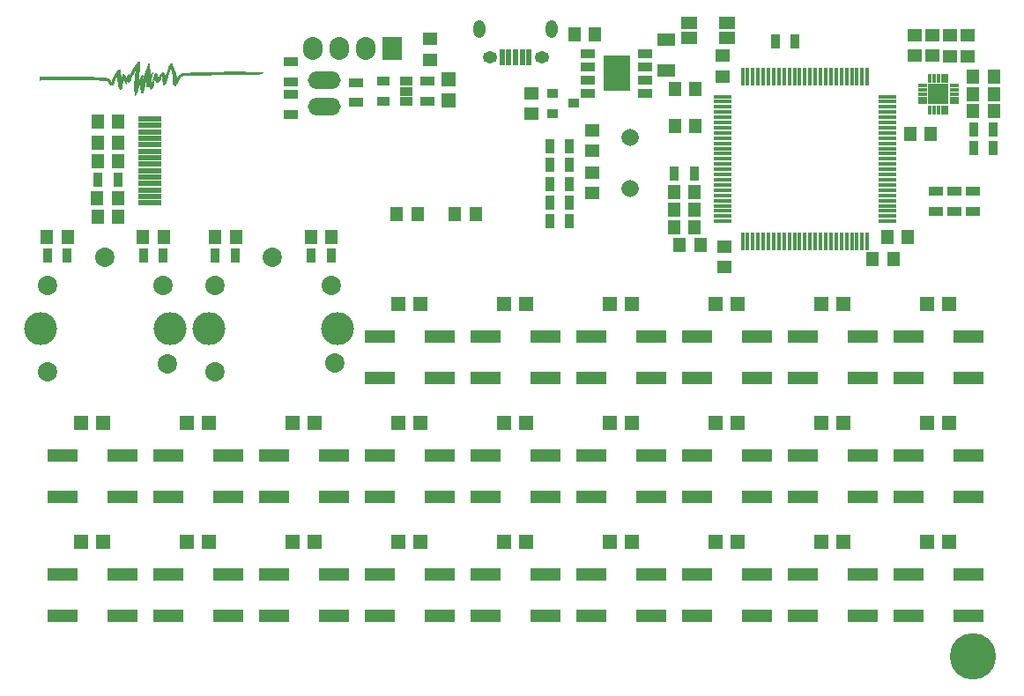
<source format=gts>
G04 #@! TF.FileFunction,Soldermask,Top*
%FSLAX46Y46*%
G04 Gerber Fmt 4.6, Leading zero omitted, Abs format (unit mm)*
G04 Created by KiCad (PCBNEW 4.0.5-e0-6337~52~ubuntu16.10.1) date Sun Mar 12 18:19:32 2017*
%MOMM*%
%LPD*%
G01*
G04 APERTURE LIST*
%ADD10C,0.100000*%
%ADD11C,0.010000*%
%ADD12R,1.160000X1.410000*%
%ADD13R,1.660000X0.440000*%
%ADD14R,0.440000X1.660000*%
%ADD15O,3.174980X1.666220*%
%ADD16R,1.358880X1.358880*%
%ADD17R,2.910000X1.160000*%
%ADD18R,1.460000X0.860000*%
%ADD19R,1.220000X0.810000*%
%ADD20R,0.560000X1.510000*%
%ADD21O,1.410000X1.110000*%
%ADD22O,1.160000X1.710000*%
%ADD23R,1.410000X1.160000*%
%ADD24R,1.760000X1.160000*%
%ADD25R,1.060000X0.960000*%
%ADD26O,0.910000X0.360000*%
%ADD27O,0.360000X0.910000*%
%ADD28R,1.085000X1.085000*%
%ADD29R,0.860000X1.460000*%
%ADD30C,1.661140*%
%ADD31R,2.160000X0.480000*%
%ADD32C,4.460000*%
%ADD33R,1.560000X1.210000*%
%ADD34C,1.860000*%
%ADD35C,3.160000*%
%ADD36R,1.360000X0.860000*%
%ADD37R,2.560000X3.360000*%
%ADD38R,1.887200X2.192000*%
%ADD39O,1.887200X2.192000*%
G04 APERTURE END LIST*
D10*
D11*
G36*
X92082019Y-83341837D02*
X92114393Y-83401541D01*
X92120977Y-83464213D01*
X92122798Y-83571753D01*
X92120421Y-83712837D01*
X92114406Y-83876142D01*
X92105315Y-84050342D01*
X92093711Y-84224113D01*
X92080157Y-84386131D01*
X92065212Y-84525073D01*
X92055028Y-84597594D01*
X92033866Y-84749865D01*
X92015123Y-84920178D01*
X92002798Y-85072124D01*
X92002653Y-85074577D01*
X91988773Y-85311672D01*
X92059748Y-85187466D01*
X92109921Y-85096558D01*
X92171221Y-84981170D01*
X92226002Y-84874860D01*
X92276545Y-84780651D01*
X92321556Y-84706771D01*
X92352166Y-84667637D01*
X92354488Y-84665937D01*
X92396290Y-84664447D01*
X92428691Y-84702158D01*
X92442459Y-84761828D01*
X92433767Y-84814018D01*
X92416591Y-84883809D01*
X92408683Y-84966126D01*
X92410078Y-85042392D01*
X92420809Y-85094027D01*
X92433241Y-85105594D01*
X92445132Y-85100788D01*
X92459190Y-85082482D01*
X92477615Y-85044841D01*
X92502608Y-84982030D01*
X92536369Y-84888213D01*
X92581098Y-84757557D01*
X92630468Y-84609754D01*
X92809286Y-84609754D01*
X92810742Y-84682731D01*
X92815321Y-84703080D01*
X92835779Y-84734042D01*
X92854920Y-84715547D01*
X92873129Y-84645961D01*
X92890792Y-84523650D01*
X92908294Y-84346978D01*
X92913123Y-84288742D01*
X92923571Y-84149239D01*
X92930991Y-84031470D01*
X92934820Y-83946057D01*
X92934493Y-83903622D01*
X92933703Y-83900981D01*
X92922939Y-83919843D01*
X92905645Y-83979058D01*
X92885155Y-84063402D01*
X92864803Y-84157651D01*
X92847924Y-84246582D01*
X92837852Y-84314972D01*
X92836766Y-84343594D01*
X92835559Y-84395531D01*
X92825926Y-84478070D01*
X92819316Y-84519636D01*
X92809286Y-84609754D01*
X92630468Y-84609754D01*
X92638996Y-84584226D01*
X92703584Y-84388736D01*
X92757143Y-84228799D01*
X92807560Y-84083043D01*
X92851121Y-83961844D01*
X92884113Y-83875580D01*
X92900557Y-83838403D01*
X92928766Y-83764727D01*
X92952122Y-83667210D01*
X92957818Y-83630982D01*
X92978508Y-83543137D01*
X93008266Y-83500025D01*
X93041152Y-83505369D01*
X93070441Y-83560427D01*
X93077206Y-83606810D01*
X93084404Y-83700280D01*
X93091547Y-83831487D01*
X93098151Y-83991079D01*
X93103727Y-84169707D01*
X93105181Y-84227899D01*
X93119361Y-84831872D01*
X93201717Y-84679455D01*
X93270216Y-84559846D01*
X93330292Y-84468446D01*
X93376609Y-84412587D01*
X93403827Y-84399602D01*
X93404852Y-84400460D01*
X93401576Y-84431324D01*
X93379774Y-84498704D01*
X93346043Y-84583482D01*
X93299362Y-84728032D01*
X93268386Y-84895767D01*
X93255356Y-85065284D01*
X93262511Y-85215180D01*
X93273799Y-85273976D01*
X93284639Y-85310852D01*
X93295952Y-85327023D01*
X93311529Y-85316590D01*
X93335161Y-85273657D01*
X93370640Y-85192325D01*
X93421757Y-85066699D01*
X93446173Y-85005865D01*
X93499727Y-84868177D01*
X93544509Y-84745190D01*
X93576579Y-84648329D01*
X93591995Y-84589016D01*
X93592792Y-84580801D01*
X93612768Y-84517106D01*
X93647777Y-84471819D01*
X93686256Y-84442235D01*
X93716678Y-84445412D01*
X93758566Y-84486167D01*
X93773059Y-84502723D01*
X93825178Y-84586439D01*
X93859986Y-84684586D01*
X93862258Y-84696371D01*
X93878729Y-84776724D01*
X93895816Y-84834847D01*
X93899476Y-84842932D01*
X93922566Y-84836684D01*
X93970260Y-84788046D01*
X94037495Y-84702647D01*
X94083567Y-84638320D01*
X94169536Y-84520116D01*
X94236494Y-84444694D01*
X94293759Y-84406018D01*
X94350648Y-84398049D01*
X94416479Y-84414750D01*
X94424136Y-84417630D01*
X94468564Y-84456499D01*
X94516653Y-84529632D01*
X94557636Y-84616723D01*
X94580746Y-84697464D01*
X94582555Y-84716414D01*
X94592777Y-84731665D01*
X94620508Y-84694081D01*
X94665421Y-84604377D01*
X94727187Y-84463266D01*
X94805475Y-84271466D01*
X94899956Y-84029690D01*
X94906181Y-84013486D01*
X94962836Y-83868234D01*
X95014441Y-83740326D01*
X95056858Y-83639685D01*
X95085951Y-83576236D01*
X95095056Y-83560427D01*
X95136613Y-83536119D01*
X95195059Y-83525526D01*
X95244955Y-83530806D01*
X95261437Y-83546316D01*
X95266900Y-83588332D01*
X95272375Y-83638038D01*
X95286107Y-83690156D01*
X95318306Y-83781332D01*
X95364299Y-83899139D01*
X95419417Y-84031151D01*
X95424810Y-84043636D01*
X95512375Y-84256878D01*
X95584621Y-84455286D01*
X95638689Y-84629767D01*
X95671723Y-84771229D01*
X95681131Y-84859424D01*
X95683269Y-84893254D01*
X95694487Y-84905292D01*
X95721990Y-84891282D01*
X95772983Y-84846969D01*
X95854670Y-84768099D01*
X95883099Y-84740155D01*
X95984268Y-84643860D01*
X96066832Y-84577557D01*
X96149260Y-84530748D01*
X96250020Y-84492932D01*
X96386687Y-84453850D01*
X96439525Y-84446644D01*
X96543969Y-84438786D01*
X96695186Y-84430408D01*
X96888341Y-84421639D01*
X97118602Y-84412611D01*
X97381136Y-84403454D01*
X97671108Y-84394298D01*
X97983686Y-84385275D01*
X98314037Y-84376515D01*
X98657326Y-84368149D01*
X99008721Y-84360308D01*
X99363388Y-84353122D01*
X99716494Y-84346721D01*
X100063206Y-84341237D01*
X100398689Y-84336801D01*
X100718112Y-84333542D01*
X100881068Y-84332326D01*
X101032265Y-84330295D01*
X101161397Y-84326533D01*
X101258946Y-84321479D01*
X101315390Y-84315575D01*
X101325568Y-84311737D01*
X101350217Y-84306730D01*
X101413033Y-84313719D01*
X101458451Y-84322331D01*
X101547318Y-84336534D01*
X101592523Y-84330477D01*
X101601973Y-84318734D01*
X101629918Y-84301530D01*
X101645486Y-84307254D01*
X101683306Y-84314378D01*
X101767719Y-84321397D01*
X101888873Y-84327774D01*
X102036919Y-84332973D01*
X102172242Y-84335992D01*
X102334624Y-84338728D01*
X102477839Y-84341165D01*
X102592156Y-84343137D01*
X102667842Y-84344475D01*
X102694353Y-84344984D01*
X102730709Y-84344950D01*
X102813610Y-84344407D01*
X102933162Y-84343435D01*
X103079468Y-84342112D01*
X103202353Y-84340923D01*
X103464050Y-84339617D01*
X103676166Y-84341353D01*
X103837185Y-84346076D01*
X103945592Y-84353729D01*
X103999872Y-84364257D01*
X104006254Y-84370362D01*
X103979133Y-84413790D01*
X103909375Y-84454015D01*
X103810768Y-84486347D01*
X103697101Y-84506095D01*
X103597464Y-84509423D01*
X103540023Y-84513593D01*
X103449744Y-84526849D01*
X103371687Y-84541306D01*
X103332079Y-84548946D01*
X103291329Y-84555546D01*
X103245312Y-84561164D01*
X103189903Y-84565860D01*
X103120977Y-84569692D01*
X103034408Y-84572718D01*
X102926073Y-84574997D01*
X102791845Y-84576588D01*
X102627601Y-84577548D01*
X102429215Y-84577936D01*
X102192562Y-84577811D01*
X101913517Y-84577232D01*
X101587955Y-84576256D01*
X101211752Y-84574943D01*
X101043353Y-84574326D01*
X100728773Y-84573774D01*
X100408759Y-84574341D01*
X100092072Y-84575937D01*
X99787471Y-84578473D01*
X99503715Y-84581861D01*
X99249564Y-84586010D01*
X99033776Y-84590832D01*
X98865110Y-84596237D01*
X98856131Y-84596601D01*
X98609204Y-84605492D01*
X98328350Y-84613529D01*
X98036013Y-84620202D01*
X97754637Y-84624999D01*
X97506663Y-84627410D01*
X97501464Y-84627433D01*
X97286573Y-84629186D01*
X97067734Y-84632406D01*
X96858784Y-84636787D01*
X96673556Y-84642021D01*
X96525886Y-84647802D01*
X96484043Y-84649989D01*
X96323051Y-84660934D01*
X96207532Y-84676425D01*
X96126543Y-84702804D01*
X96069140Y-84746411D01*
X96024380Y-84813586D01*
X95981321Y-84910670D01*
X95965611Y-84950371D01*
X95915247Y-85066378D01*
X95856641Y-85183567D01*
X95820590Y-85246705D01*
X95763072Y-85348309D01*
X95710715Y-85454995D01*
X95695006Y-85491928D01*
X95638124Y-85585209D01*
X95567568Y-85631927D01*
X95494819Y-85632280D01*
X95431359Y-85586467D01*
X95388671Y-85494688D01*
X95386768Y-85486594D01*
X95380680Y-85440091D01*
X95371991Y-85348208D01*
X95361620Y-85221901D01*
X95350488Y-85072124D01*
X95343613Y-84972382D01*
X95327578Y-84781357D01*
X95304914Y-84576161D01*
X95278327Y-84378353D01*
X95250522Y-84209493D01*
X95243068Y-84171223D01*
X95216337Y-84038759D01*
X95194275Y-83927122D01*
X95179066Y-83847528D01*
X95172893Y-83811195D01*
X95172855Y-83810546D01*
X95163804Y-83812387D01*
X95140607Y-83855567D01*
X95108108Y-83928270D01*
X95071152Y-84018680D01*
X95034584Y-84114984D01*
X95003247Y-84205365D01*
X94983225Y-84273038D01*
X94957269Y-84367102D01*
X94933488Y-84439710D01*
X94919609Y-84470594D01*
X94903938Y-84508345D01*
X94878021Y-84587764D01*
X94845918Y-84695917D01*
X94822147Y-84781038D01*
X94768386Y-84975222D01*
X94725328Y-85122202D01*
X94690266Y-85229601D01*
X94660488Y-85305043D01*
X94633287Y-85356150D01*
X94605953Y-85390546D01*
X94605290Y-85391212D01*
X94565496Y-85439441D01*
X94552242Y-85469027D01*
X94532916Y-85505676D01*
X94509027Y-85529659D01*
X94469604Y-85546584D01*
X94436683Y-85523140D01*
X94408782Y-85455474D01*
X94384420Y-85339733D01*
X94362117Y-85172063D01*
X94358385Y-85137753D01*
X94334420Y-84940969D01*
X94309635Y-84791787D01*
X94284692Y-84691746D01*
X94260252Y-84642386D01*
X94236976Y-84645244D01*
X94215525Y-84701860D01*
X94202021Y-84773829D01*
X94151847Y-84962551D01*
X94065105Y-85124940D01*
X93948376Y-85249419D01*
X93919909Y-85270173D01*
X93844587Y-85319423D01*
X93799646Y-85339741D01*
X93768931Y-85334142D01*
X93736287Y-85305638D01*
X93735262Y-85304613D01*
X93698321Y-85243062D01*
X93669974Y-85152072D01*
X93663483Y-85114683D01*
X93651531Y-85025311D01*
X93641881Y-84955400D01*
X93639097Y-84936260D01*
X93629915Y-84940155D01*
X93611480Y-84988947D01*
X93587451Y-85072584D01*
X93582581Y-85091482D01*
X93524804Y-85319208D01*
X93478850Y-85498447D01*
X93442631Y-85635417D01*
X93414062Y-85736335D01*
X93391055Y-85807417D01*
X93371525Y-85854882D01*
X93353383Y-85884946D01*
X93334544Y-85903826D01*
X93312921Y-85917740D01*
X93303478Y-85923053D01*
X93221212Y-85946475D01*
X93155805Y-85922869D01*
X93119718Y-85857127D01*
X93118513Y-85850457D01*
X93108434Y-85793393D01*
X93091764Y-85704669D01*
X93079598Y-85641816D01*
X93061546Y-85557297D01*
X93048124Y-85521766D01*
X93035051Y-85528473D01*
X93024002Y-85554184D01*
X93010584Y-85627144D01*
X93015429Y-85674128D01*
X93017985Y-85709333D01*
X92986684Y-85724062D01*
X92932693Y-85726482D01*
X92866125Y-85720884D01*
X92830416Y-85693302D01*
X92805883Y-85627556D01*
X92803948Y-85620649D01*
X92778915Y-85473124D01*
X92779829Y-85297336D01*
X92806917Y-85083729D01*
X92818240Y-85021005D01*
X92836653Y-84913158D01*
X92847367Y-84827977D01*
X92848771Y-84779386D01*
X92846832Y-84773665D01*
X92826889Y-84784167D01*
X92799891Y-84835088D01*
X92771350Y-84911823D01*
X92746780Y-84999763D01*
X92732649Y-85076182D01*
X92719836Y-85150364D01*
X92696198Y-85263076D01*
X92665253Y-85398256D01*
X92634753Y-85523114D01*
X92597829Y-85676067D01*
X92562978Y-85831737D01*
X92534698Y-85969430D01*
X92520267Y-86049947D01*
X92495161Y-86180211D01*
X92466770Y-86262716D01*
X92430585Y-86306134D01*
X92382098Y-86319138D01*
X92380302Y-86319149D01*
X92335254Y-86292149D01*
X92296699Y-86215574D01*
X92266020Y-86096061D01*
X92244599Y-85940249D01*
X92233820Y-85754774D01*
X92233300Y-85613594D01*
X92239266Y-85260816D01*
X92171927Y-85387816D01*
X92125042Y-85493700D01*
X92083391Y-85616482D01*
X92069396Y-85670038D01*
X92039121Y-85777223D01*
X92001173Y-85877454D01*
X91980889Y-85918596D01*
X91945225Y-85997117D01*
X91928003Y-86066654D01*
X91927711Y-86073818D01*
X91918369Y-86129686D01*
X91893589Y-86219894D01*
X91858460Y-86326201D01*
X91853376Y-86340316D01*
X91809102Y-86451574D01*
X91772749Y-86516343D01*
X91739096Y-86543025D01*
X91726240Y-86544927D01*
X91697503Y-86538055D01*
X91681532Y-86509233D01*
X91674763Y-86446153D01*
X91673576Y-86363148D01*
X91668704Y-86259274D01*
X91655583Y-86186887D01*
X91641209Y-86161365D01*
X91627873Y-86133235D01*
X91620940Y-86065851D01*
X91620234Y-85953955D01*
X91625577Y-85792291D01*
X91627471Y-85751110D01*
X91634640Y-85633615D01*
X91646119Y-85484435D01*
X91661028Y-85311972D01*
X91678486Y-85124628D01*
X91697609Y-84930805D01*
X91717518Y-84738904D01*
X91737329Y-84557327D01*
X91756162Y-84394476D01*
X91773134Y-84258753D01*
X91787365Y-84158559D01*
X91797972Y-84102296D01*
X91801417Y-84093456D01*
X91829591Y-84098638D01*
X91853650Y-84115019D01*
X91880716Y-84127339D01*
X91898623Y-84101768D01*
X91913579Y-84032472D01*
X91923176Y-83957904D01*
X91923617Y-83910817D01*
X91921367Y-83904644D01*
X91901865Y-83920952D01*
X91860445Y-83974728D01*
X91804991Y-84055504D01*
X91787119Y-84082935D01*
X91710522Y-84201130D01*
X91628709Y-84326235D01*
X91561318Y-84428260D01*
X91453250Y-84596591D01*
X91375640Y-84733197D01*
X91322716Y-84849634D01*
X91288702Y-84957459D01*
X91281752Y-84987816D01*
X91240854Y-85140076D01*
X91192579Y-85240246D01*
X91134375Y-85292473D01*
X91087964Y-85302717D01*
X91062380Y-85277823D01*
X91052687Y-85213161D01*
X91052687Y-85123172D01*
X90995143Y-85184939D01*
X90941617Y-85229555D01*
X90899051Y-85246705D01*
X90875398Y-85261976D01*
X90871089Y-85314869D01*
X90876223Y-85363914D01*
X90882168Y-85437785D01*
X90872304Y-85464229D01*
X90858283Y-85460319D01*
X90804775Y-85405882D01*
X90744297Y-85310591D01*
X90684104Y-85188215D01*
X90631454Y-85052524D01*
X90613745Y-84996283D01*
X90553051Y-84788195D01*
X90534170Y-84911617D01*
X90524759Y-84984121D01*
X90511803Y-85098997D01*
X90496784Y-85242396D01*
X90481182Y-85400468D01*
X90475701Y-85458371D01*
X90460539Y-85610433D01*
X90445350Y-85745131D01*
X90431537Y-85851195D01*
X90420505Y-85917354D01*
X90416825Y-85931094D01*
X90376797Y-85966173D01*
X90308060Y-85980544D01*
X90234856Y-85973047D01*
X90181428Y-85942523D01*
X90181290Y-85942357D01*
X90159418Y-85892970D01*
X90139981Y-85811135D01*
X90133260Y-85765968D01*
X90118241Y-85671947D01*
X90099207Y-85593999D01*
X90090818Y-85571260D01*
X90080420Y-85524291D01*
X90069016Y-85432223D01*
X90057697Y-85306365D01*
X90047554Y-85158022D01*
X90043186Y-85077371D01*
X90021606Y-84639927D01*
X89969403Y-84738705D01*
X89911610Y-84827136D01*
X89842381Y-84907358D01*
X89838096Y-84911435D01*
X89790085Y-84976993D01*
X89738920Y-85078656D01*
X89692129Y-85197107D01*
X89657236Y-85313025D01*
X89641769Y-85407091D01*
X89641576Y-85415884D01*
X89624534Y-85474105D01*
X89589529Y-85530504D01*
X89515062Y-85585366D01*
X89427605Y-85593724D01*
X89337268Y-85560576D01*
X89254160Y-85490920D01*
X89188392Y-85389752D01*
X89162386Y-85319362D01*
X89128768Y-85199290D01*
X88912450Y-85166366D01*
X88789945Y-85150027D01*
X88673033Y-85138293D01*
X88586157Y-85133597D01*
X88583242Y-85133591D01*
X88499775Y-85128926D01*
X88384125Y-85116483D01*
X88259597Y-85098823D01*
X88244576Y-85096378D01*
X88192804Y-85089718D01*
X88121040Y-85083889D01*
X88026093Y-85078857D01*
X87904773Y-85074583D01*
X87753891Y-85071032D01*
X87570258Y-85068166D01*
X87350684Y-85065950D01*
X87091979Y-85064346D01*
X86790954Y-85063318D01*
X86444419Y-85062830D01*
X86049185Y-85062844D01*
X85602062Y-85063324D01*
X85394131Y-85063662D01*
X85011380Y-85064574D01*
X84642854Y-85065905D01*
X84292716Y-85067616D01*
X83965124Y-85069666D01*
X83664240Y-85072013D01*
X83394223Y-85074618D01*
X83159233Y-85077439D01*
X82963432Y-85080435D01*
X82810979Y-85083567D01*
X82706035Y-85086792D01*
X82652760Y-85090071D01*
X82649520Y-85090558D01*
X82529576Y-85112808D01*
X82529576Y-84831857D01*
X82832964Y-84815520D01*
X82940003Y-84811746D01*
X83093170Y-84809120D01*
X83282161Y-84807678D01*
X83496671Y-84807455D01*
X83726396Y-84808487D01*
X83961031Y-84810808D01*
X84011242Y-84811481D01*
X84280662Y-84814774D01*
X84579020Y-84817581D01*
X84888520Y-84819788D01*
X85191363Y-84821285D01*
X85469753Y-84821960D01*
X85662242Y-84821835D01*
X85876005Y-84821541D01*
X86080072Y-84821711D01*
X86264987Y-84822301D01*
X86421292Y-84823270D01*
X86539533Y-84824575D01*
X86607687Y-84826076D01*
X86709686Y-84828547D01*
X86846756Y-84830177D01*
X86997527Y-84830768D01*
X87087464Y-84830531D01*
X87251730Y-84831639D01*
X87444898Y-84836252D01*
X87658284Y-84843852D01*
X87883207Y-84853919D01*
X88110984Y-84865932D01*
X88332932Y-84879373D01*
X88540369Y-84893721D01*
X88724612Y-84908456D01*
X88876978Y-84923059D01*
X88988785Y-84937010D01*
X89044426Y-84947684D01*
X89142567Y-84980281D01*
X89212224Y-85022957D01*
X89269632Y-85089790D01*
X89331028Y-85194855D01*
X89332340Y-85197316D01*
X89371870Y-85262510D01*
X89403761Y-85299773D01*
X89411178Y-85303149D01*
X89432695Y-85279116D01*
X89466326Y-85216528D01*
X89499763Y-85140871D01*
X89571001Y-84977708D01*
X89653407Y-84807960D01*
X89742201Y-84639633D01*
X89832602Y-84480732D01*
X89919831Y-84339264D01*
X89999107Y-84223234D01*
X90065651Y-84140648D01*
X90114681Y-84099511D01*
X90123215Y-84096712D01*
X90191972Y-84108892D01*
X90237467Y-84167172D01*
X90251820Y-84236067D01*
X90259653Y-84307557D01*
X90275459Y-84414375D01*
X90296209Y-84536486D01*
X90302245Y-84569371D01*
X90323228Y-84690605D01*
X90339330Y-84800449D01*
X90347811Y-84879668D01*
X90348450Y-84893927D01*
X90351469Y-84933873D01*
X90362329Y-84939446D01*
X90386482Y-84905534D01*
X90429375Y-84827028D01*
X90438722Y-84809260D01*
X90482839Y-84718069D01*
X90512175Y-84643495D01*
X90520326Y-84602610D01*
X90535872Y-84576008D01*
X90591662Y-84574388D01*
X90657234Y-84599162D01*
X90714541Y-84664056D01*
X90734014Y-84696371D01*
X90773357Y-84779066D01*
X90796058Y-84851941D01*
X90798222Y-84871095D01*
X90807505Y-84931630D01*
X90834419Y-84940194D01*
X90879511Y-84896459D01*
X90943327Y-84800098D01*
X90957716Y-84775638D01*
X91027049Y-84662793D01*
X91077557Y-84598525D01*
X91113259Y-84579795D01*
X91138176Y-84603565D01*
X91148207Y-84631717D01*
X91160196Y-84657436D01*
X91178288Y-84653045D01*
X91208080Y-84612366D01*
X91255167Y-84529215D01*
X91275771Y-84490808D01*
X91332218Y-84382594D01*
X91382087Y-84282989D01*
X91416061Y-84210688D01*
X91419970Y-84201531D01*
X91454955Y-84143479D01*
X91492037Y-84117877D01*
X91493555Y-84117816D01*
X91524643Y-84094177D01*
X91532464Y-84058779D01*
X91549434Y-83995847D01*
X91590360Y-83926088D01*
X91591425Y-83924724D01*
X91714878Y-83762827D01*
X91816201Y-83620147D01*
X91890323Y-83504182D01*
X91932170Y-83422430D01*
X91933346Y-83419316D01*
X91976774Y-83350079D01*
X92031076Y-83323787D01*
X92082019Y-83341837D01*
X92082019Y-83341837D01*
G37*
X92082019Y-83341837D02*
X92114393Y-83401541D01*
X92120977Y-83464213D01*
X92122798Y-83571753D01*
X92120421Y-83712837D01*
X92114406Y-83876142D01*
X92105315Y-84050342D01*
X92093711Y-84224113D01*
X92080157Y-84386131D01*
X92065212Y-84525073D01*
X92055028Y-84597594D01*
X92033866Y-84749865D01*
X92015123Y-84920178D01*
X92002798Y-85072124D01*
X92002653Y-85074577D01*
X91988773Y-85311672D01*
X92059748Y-85187466D01*
X92109921Y-85096558D01*
X92171221Y-84981170D01*
X92226002Y-84874860D01*
X92276545Y-84780651D01*
X92321556Y-84706771D01*
X92352166Y-84667637D01*
X92354488Y-84665937D01*
X92396290Y-84664447D01*
X92428691Y-84702158D01*
X92442459Y-84761828D01*
X92433767Y-84814018D01*
X92416591Y-84883809D01*
X92408683Y-84966126D01*
X92410078Y-85042392D01*
X92420809Y-85094027D01*
X92433241Y-85105594D01*
X92445132Y-85100788D01*
X92459190Y-85082482D01*
X92477615Y-85044841D01*
X92502608Y-84982030D01*
X92536369Y-84888213D01*
X92581098Y-84757557D01*
X92630468Y-84609754D01*
X92809286Y-84609754D01*
X92810742Y-84682731D01*
X92815321Y-84703080D01*
X92835779Y-84734042D01*
X92854920Y-84715547D01*
X92873129Y-84645961D01*
X92890792Y-84523650D01*
X92908294Y-84346978D01*
X92913123Y-84288742D01*
X92923571Y-84149239D01*
X92930991Y-84031470D01*
X92934820Y-83946057D01*
X92934493Y-83903622D01*
X92933703Y-83900981D01*
X92922939Y-83919843D01*
X92905645Y-83979058D01*
X92885155Y-84063402D01*
X92864803Y-84157651D01*
X92847924Y-84246582D01*
X92837852Y-84314972D01*
X92836766Y-84343594D01*
X92835559Y-84395531D01*
X92825926Y-84478070D01*
X92819316Y-84519636D01*
X92809286Y-84609754D01*
X92630468Y-84609754D01*
X92638996Y-84584226D01*
X92703584Y-84388736D01*
X92757143Y-84228799D01*
X92807560Y-84083043D01*
X92851121Y-83961844D01*
X92884113Y-83875580D01*
X92900557Y-83838403D01*
X92928766Y-83764727D01*
X92952122Y-83667210D01*
X92957818Y-83630982D01*
X92978508Y-83543137D01*
X93008266Y-83500025D01*
X93041152Y-83505369D01*
X93070441Y-83560427D01*
X93077206Y-83606810D01*
X93084404Y-83700280D01*
X93091547Y-83831487D01*
X93098151Y-83991079D01*
X93103727Y-84169707D01*
X93105181Y-84227899D01*
X93119361Y-84831872D01*
X93201717Y-84679455D01*
X93270216Y-84559846D01*
X93330292Y-84468446D01*
X93376609Y-84412587D01*
X93403827Y-84399602D01*
X93404852Y-84400460D01*
X93401576Y-84431324D01*
X93379774Y-84498704D01*
X93346043Y-84583482D01*
X93299362Y-84728032D01*
X93268386Y-84895767D01*
X93255356Y-85065284D01*
X93262511Y-85215180D01*
X93273799Y-85273976D01*
X93284639Y-85310852D01*
X93295952Y-85327023D01*
X93311529Y-85316590D01*
X93335161Y-85273657D01*
X93370640Y-85192325D01*
X93421757Y-85066699D01*
X93446173Y-85005865D01*
X93499727Y-84868177D01*
X93544509Y-84745190D01*
X93576579Y-84648329D01*
X93591995Y-84589016D01*
X93592792Y-84580801D01*
X93612768Y-84517106D01*
X93647777Y-84471819D01*
X93686256Y-84442235D01*
X93716678Y-84445412D01*
X93758566Y-84486167D01*
X93773059Y-84502723D01*
X93825178Y-84586439D01*
X93859986Y-84684586D01*
X93862258Y-84696371D01*
X93878729Y-84776724D01*
X93895816Y-84834847D01*
X93899476Y-84842932D01*
X93922566Y-84836684D01*
X93970260Y-84788046D01*
X94037495Y-84702647D01*
X94083567Y-84638320D01*
X94169536Y-84520116D01*
X94236494Y-84444694D01*
X94293759Y-84406018D01*
X94350648Y-84398049D01*
X94416479Y-84414750D01*
X94424136Y-84417630D01*
X94468564Y-84456499D01*
X94516653Y-84529632D01*
X94557636Y-84616723D01*
X94580746Y-84697464D01*
X94582555Y-84716414D01*
X94592777Y-84731665D01*
X94620508Y-84694081D01*
X94665421Y-84604377D01*
X94727187Y-84463266D01*
X94805475Y-84271466D01*
X94899956Y-84029690D01*
X94906181Y-84013486D01*
X94962836Y-83868234D01*
X95014441Y-83740326D01*
X95056858Y-83639685D01*
X95085951Y-83576236D01*
X95095056Y-83560427D01*
X95136613Y-83536119D01*
X95195059Y-83525526D01*
X95244955Y-83530806D01*
X95261437Y-83546316D01*
X95266900Y-83588332D01*
X95272375Y-83638038D01*
X95286107Y-83690156D01*
X95318306Y-83781332D01*
X95364299Y-83899139D01*
X95419417Y-84031151D01*
X95424810Y-84043636D01*
X95512375Y-84256878D01*
X95584621Y-84455286D01*
X95638689Y-84629767D01*
X95671723Y-84771229D01*
X95681131Y-84859424D01*
X95683269Y-84893254D01*
X95694487Y-84905292D01*
X95721990Y-84891282D01*
X95772983Y-84846969D01*
X95854670Y-84768099D01*
X95883099Y-84740155D01*
X95984268Y-84643860D01*
X96066832Y-84577557D01*
X96149260Y-84530748D01*
X96250020Y-84492932D01*
X96386687Y-84453850D01*
X96439525Y-84446644D01*
X96543969Y-84438786D01*
X96695186Y-84430408D01*
X96888341Y-84421639D01*
X97118602Y-84412611D01*
X97381136Y-84403454D01*
X97671108Y-84394298D01*
X97983686Y-84385275D01*
X98314037Y-84376515D01*
X98657326Y-84368149D01*
X99008721Y-84360308D01*
X99363388Y-84353122D01*
X99716494Y-84346721D01*
X100063206Y-84341237D01*
X100398689Y-84336801D01*
X100718112Y-84333542D01*
X100881068Y-84332326D01*
X101032265Y-84330295D01*
X101161397Y-84326533D01*
X101258946Y-84321479D01*
X101315390Y-84315575D01*
X101325568Y-84311737D01*
X101350217Y-84306730D01*
X101413033Y-84313719D01*
X101458451Y-84322331D01*
X101547318Y-84336534D01*
X101592523Y-84330477D01*
X101601973Y-84318734D01*
X101629918Y-84301530D01*
X101645486Y-84307254D01*
X101683306Y-84314378D01*
X101767719Y-84321397D01*
X101888873Y-84327774D01*
X102036919Y-84332973D01*
X102172242Y-84335992D01*
X102334624Y-84338728D01*
X102477839Y-84341165D01*
X102592156Y-84343137D01*
X102667842Y-84344475D01*
X102694353Y-84344984D01*
X102730709Y-84344950D01*
X102813610Y-84344407D01*
X102933162Y-84343435D01*
X103079468Y-84342112D01*
X103202353Y-84340923D01*
X103464050Y-84339617D01*
X103676166Y-84341353D01*
X103837185Y-84346076D01*
X103945592Y-84353729D01*
X103999872Y-84364257D01*
X104006254Y-84370362D01*
X103979133Y-84413790D01*
X103909375Y-84454015D01*
X103810768Y-84486347D01*
X103697101Y-84506095D01*
X103597464Y-84509423D01*
X103540023Y-84513593D01*
X103449744Y-84526849D01*
X103371687Y-84541306D01*
X103332079Y-84548946D01*
X103291329Y-84555546D01*
X103245312Y-84561164D01*
X103189903Y-84565860D01*
X103120977Y-84569692D01*
X103034408Y-84572718D01*
X102926073Y-84574997D01*
X102791845Y-84576588D01*
X102627601Y-84577548D01*
X102429215Y-84577936D01*
X102192562Y-84577811D01*
X101913517Y-84577232D01*
X101587955Y-84576256D01*
X101211752Y-84574943D01*
X101043353Y-84574326D01*
X100728773Y-84573774D01*
X100408759Y-84574341D01*
X100092072Y-84575937D01*
X99787471Y-84578473D01*
X99503715Y-84581861D01*
X99249564Y-84586010D01*
X99033776Y-84590832D01*
X98865110Y-84596237D01*
X98856131Y-84596601D01*
X98609204Y-84605492D01*
X98328350Y-84613529D01*
X98036013Y-84620202D01*
X97754637Y-84624999D01*
X97506663Y-84627410D01*
X97501464Y-84627433D01*
X97286573Y-84629186D01*
X97067734Y-84632406D01*
X96858784Y-84636787D01*
X96673556Y-84642021D01*
X96525886Y-84647802D01*
X96484043Y-84649989D01*
X96323051Y-84660934D01*
X96207532Y-84676425D01*
X96126543Y-84702804D01*
X96069140Y-84746411D01*
X96024380Y-84813586D01*
X95981321Y-84910670D01*
X95965611Y-84950371D01*
X95915247Y-85066378D01*
X95856641Y-85183567D01*
X95820590Y-85246705D01*
X95763072Y-85348309D01*
X95710715Y-85454995D01*
X95695006Y-85491928D01*
X95638124Y-85585209D01*
X95567568Y-85631927D01*
X95494819Y-85632280D01*
X95431359Y-85586467D01*
X95388671Y-85494688D01*
X95386768Y-85486594D01*
X95380680Y-85440091D01*
X95371991Y-85348208D01*
X95361620Y-85221901D01*
X95350488Y-85072124D01*
X95343613Y-84972382D01*
X95327578Y-84781357D01*
X95304914Y-84576161D01*
X95278327Y-84378353D01*
X95250522Y-84209493D01*
X95243068Y-84171223D01*
X95216337Y-84038759D01*
X95194275Y-83927122D01*
X95179066Y-83847528D01*
X95172893Y-83811195D01*
X95172855Y-83810546D01*
X95163804Y-83812387D01*
X95140607Y-83855567D01*
X95108108Y-83928270D01*
X95071152Y-84018680D01*
X95034584Y-84114984D01*
X95003247Y-84205365D01*
X94983225Y-84273038D01*
X94957269Y-84367102D01*
X94933488Y-84439710D01*
X94919609Y-84470594D01*
X94903938Y-84508345D01*
X94878021Y-84587764D01*
X94845918Y-84695917D01*
X94822147Y-84781038D01*
X94768386Y-84975222D01*
X94725328Y-85122202D01*
X94690266Y-85229601D01*
X94660488Y-85305043D01*
X94633287Y-85356150D01*
X94605953Y-85390546D01*
X94605290Y-85391212D01*
X94565496Y-85439441D01*
X94552242Y-85469027D01*
X94532916Y-85505676D01*
X94509027Y-85529659D01*
X94469604Y-85546584D01*
X94436683Y-85523140D01*
X94408782Y-85455474D01*
X94384420Y-85339733D01*
X94362117Y-85172063D01*
X94358385Y-85137753D01*
X94334420Y-84940969D01*
X94309635Y-84791787D01*
X94284692Y-84691746D01*
X94260252Y-84642386D01*
X94236976Y-84645244D01*
X94215525Y-84701860D01*
X94202021Y-84773829D01*
X94151847Y-84962551D01*
X94065105Y-85124940D01*
X93948376Y-85249419D01*
X93919909Y-85270173D01*
X93844587Y-85319423D01*
X93799646Y-85339741D01*
X93768931Y-85334142D01*
X93736287Y-85305638D01*
X93735262Y-85304613D01*
X93698321Y-85243062D01*
X93669974Y-85152072D01*
X93663483Y-85114683D01*
X93651531Y-85025311D01*
X93641881Y-84955400D01*
X93639097Y-84936260D01*
X93629915Y-84940155D01*
X93611480Y-84988947D01*
X93587451Y-85072584D01*
X93582581Y-85091482D01*
X93524804Y-85319208D01*
X93478850Y-85498447D01*
X93442631Y-85635417D01*
X93414062Y-85736335D01*
X93391055Y-85807417D01*
X93371525Y-85854882D01*
X93353383Y-85884946D01*
X93334544Y-85903826D01*
X93312921Y-85917740D01*
X93303478Y-85923053D01*
X93221212Y-85946475D01*
X93155805Y-85922869D01*
X93119718Y-85857127D01*
X93118513Y-85850457D01*
X93108434Y-85793393D01*
X93091764Y-85704669D01*
X93079598Y-85641816D01*
X93061546Y-85557297D01*
X93048124Y-85521766D01*
X93035051Y-85528473D01*
X93024002Y-85554184D01*
X93010584Y-85627144D01*
X93015429Y-85674128D01*
X93017985Y-85709333D01*
X92986684Y-85724062D01*
X92932693Y-85726482D01*
X92866125Y-85720884D01*
X92830416Y-85693302D01*
X92805883Y-85627556D01*
X92803948Y-85620649D01*
X92778915Y-85473124D01*
X92779829Y-85297336D01*
X92806917Y-85083729D01*
X92818240Y-85021005D01*
X92836653Y-84913158D01*
X92847367Y-84827977D01*
X92848771Y-84779386D01*
X92846832Y-84773665D01*
X92826889Y-84784167D01*
X92799891Y-84835088D01*
X92771350Y-84911823D01*
X92746780Y-84999763D01*
X92732649Y-85076182D01*
X92719836Y-85150364D01*
X92696198Y-85263076D01*
X92665253Y-85398256D01*
X92634753Y-85523114D01*
X92597829Y-85676067D01*
X92562978Y-85831737D01*
X92534698Y-85969430D01*
X92520267Y-86049947D01*
X92495161Y-86180211D01*
X92466770Y-86262716D01*
X92430585Y-86306134D01*
X92382098Y-86319138D01*
X92380302Y-86319149D01*
X92335254Y-86292149D01*
X92296699Y-86215574D01*
X92266020Y-86096061D01*
X92244599Y-85940249D01*
X92233820Y-85754774D01*
X92233300Y-85613594D01*
X92239266Y-85260816D01*
X92171927Y-85387816D01*
X92125042Y-85493700D01*
X92083391Y-85616482D01*
X92069396Y-85670038D01*
X92039121Y-85777223D01*
X92001173Y-85877454D01*
X91980889Y-85918596D01*
X91945225Y-85997117D01*
X91928003Y-86066654D01*
X91927711Y-86073818D01*
X91918369Y-86129686D01*
X91893589Y-86219894D01*
X91858460Y-86326201D01*
X91853376Y-86340316D01*
X91809102Y-86451574D01*
X91772749Y-86516343D01*
X91739096Y-86543025D01*
X91726240Y-86544927D01*
X91697503Y-86538055D01*
X91681532Y-86509233D01*
X91674763Y-86446153D01*
X91673576Y-86363148D01*
X91668704Y-86259274D01*
X91655583Y-86186887D01*
X91641209Y-86161365D01*
X91627873Y-86133235D01*
X91620940Y-86065851D01*
X91620234Y-85953955D01*
X91625577Y-85792291D01*
X91627471Y-85751110D01*
X91634640Y-85633615D01*
X91646119Y-85484435D01*
X91661028Y-85311972D01*
X91678486Y-85124628D01*
X91697609Y-84930805D01*
X91717518Y-84738904D01*
X91737329Y-84557327D01*
X91756162Y-84394476D01*
X91773134Y-84258753D01*
X91787365Y-84158559D01*
X91797972Y-84102296D01*
X91801417Y-84093456D01*
X91829591Y-84098638D01*
X91853650Y-84115019D01*
X91880716Y-84127339D01*
X91898623Y-84101768D01*
X91913579Y-84032472D01*
X91923176Y-83957904D01*
X91923617Y-83910817D01*
X91921367Y-83904644D01*
X91901865Y-83920952D01*
X91860445Y-83974728D01*
X91804991Y-84055504D01*
X91787119Y-84082935D01*
X91710522Y-84201130D01*
X91628709Y-84326235D01*
X91561318Y-84428260D01*
X91453250Y-84596591D01*
X91375640Y-84733197D01*
X91322716Y-84849634D01*
X91288702Y-84957459D01*
X91281752Y-84987816D01*
X91240854Y-85140076D01*
X91192579Y-85240246D01*
X91134375Y-85292473D01*
X91087964Y-85302717D01*
X91062380Y-85277823D01*
X91052687Y-85213161D01*
X91052687Y-85123172D01*
X90995143Y-85184939D01*
X90941617Y-85229555D01*
X90899051Y-85246705D01*
X90875398Y-85261976D01*
X90871089Y-85314869D01*
X90876223Y-85363914D01*
X90882168Y-85437785D01*
X90872304Y-85464229D01*
X90858283Y-85460319D01*
X90804775Y-85405882D01*
X90744297Y-85310591D01*
X90684104Y-85188215D01*
X90631454Y-85052524D01*
X90613745Y-84996283D01*
X90553051Y-84788195D01*
X90534170Y-84911617D01*
X90524759Y-84984121D01*
X90511803Y-85098997D01*
X90496784Y-85242396D01*
X90481182Y-85400468D01*
X90475701Y-85458371D01*
X90460539Y-85610433D01*
X90445350Y-85745131D01*
X90431537Y-85851195D01*
X90420505Y-85917354D01*
X90416825Y-85931094D01*
X90376797Y-85966173D01*
X90308060Y-85980544D01*
X90234856Y-85973047D01*
X90181428Y-85942523D01*
X90181290Y-85942357D01*
X90159418Y-85892970D01*
X90139981Y-85811135D01*
X90133260Y-85765968D01*
X90118241Y-85671947D01*
X90099207Y-85593999D01*
X90090818Y-85571260D01*
X90080420Y-85524291D01*
X90069016Y-85432223D01*
X90057697Y-85306365D01*
X90047554Y-85158022D01*
X90043186Y-85077371D01*
X90021606Y-84639927D01*
X89969403Y-84738705D01*
X89911610Y-84827136D01*
X89842381Y-84907358D01*
X89838096Y-84911435D01*
X89790085Y-84976993D01*
X89738920Y-85078656D01*
X89692129Y-85197107D01*
X89657236Y-85313025D01*
X89641769Y-85407091D01*
X89641576Y-85415884D01*
X89624534Y-85474105D01*
X89589529Y-85530504D01*
X89515062Y-85585366D01*
X89427605Y-85593724D01*
X89337268Y-85560576D01*
X89254160Y-85490920D01*
X89188392Y-85389752D01*
X89162386Y-85319362D01*
X89128768Y-85199290D01*
X88912450Y-85166366D01*
X88789945Y-85150027D01*
X88673033Y-85138293D01*
X88586157Y-85133597D01*
X88583242Y-85133591D01*
X88499775Y-85128926D01*
X88384125Y-85116483D01*
X88259597Y-85098823D01*
X88244576Y-85096378D01*
X88192804Y-85089718D01*
X88121040Y-85083889D01*
X88026093Y-85078857D01*
X87904773Y-85074583D01*
X87753891Y-85071032D01*
X87570258Y-85068166D01*
X87350684Y-85065950D01*
X87091979Y-85064346D01*
X86790954Y-85063318D01*
X86444419Y-85062830D01*
X86049185Y-85062844D01*
X85602062Y-85063324D01*
X85394131Y-85063662D01*
X85011380Y-85064574D01*
X84642854Y-85065905D01*
X84292716Y-85067616D01*
X83965124Y-85069666D01*
X83664240Y-85072013D01*
X83394223Y-85074618D01*
X83159233Y-85077439D01*
X82963432Y-85080435D01*
X82810979Y-85083567D01*
X82706035Y-85086792D01*
X82652760Y-85090071D01*
X82649520Y-85090558D01*
X82529576Y-85112808D01*
X82529576Y-84831857D01*
X82832964Y-84815520D01*
X82940003Y-84811746D01*
X83093170Y-84809120D01*
X83282161Y-84807678D01*
X83496671Y-84807455D01*
X83726396Y-84808487D01*
X83961031Y-84810808D01*
X84011242Y-84811481D01*
X84280662Y-84814774D01*
X84579020Y-84817581D01*
X84888520Y-84819788D01*
X85191363Y-84821285D01*
X85469753Y-84821960D01*
X85662242Y-84821835D01*
X85876005Y-84821541D01*
X86080072Y-84821711D01*
X86264987Y-84822301D01*
X86421292Y-84823270D01*
X86539533Y-84824575D01*
X86607687Y-84826076D01*
X86709686Y-84828547D01*
X86846756Y-84830177D01*
X86997527Y-84830768D01*
X87087464Y-84830531D01*
X87251730Y-84831639D01*
X87444898Y-84836252D01*
X87658284Y-84843852D01*
X87883207Y-84853919D01*
X88110984Y-84865932D01*
X88332932Y-84879373D01*
X88540369Y-84893721D01*
X88724612Y-84908456D01*
X88876978Y-84923059D01*
X88988785Y-84937010D01*
X89044426Y-84947684D01*
X89142567Y-84980281D01*
X89212224Y-85022957D01*
X89269632Y-85089790D01*
X89331028Y-85194855D01*
X89332340Y-85197316D01*
X89371870Y-85262510D01*
X89403761Y-85299773D01*
X89411178Y-85303149D01*
X89432695Y-85279116D01*
X89466326Y-85216528D01*
X89499763Y-85140871D01*
X89571001Y-84977708D01*
X89653407Y-84807960D01*
X89742201Y-84639633D01*
X89832602Y-84480732D01*
X89919831Y-84339264D01*
X89999107Y-84223234D01*
X90065651Y-84140648D01*
X90114681Y-84099511D01*
X90123215Y-84096712D01*
X90191972Y-84108892D01*
X90237467Y-84167172D01*
X90251820Y-84236067D01*
X90259653Y-84307557D01*
X90275459Y-84414375D01*
X90296209Y-84536486D01*
X90302245Y-84569371D01*
X90323228Y-84690605D01*
X90339330Y-84800449D01*
X90347811Y-84879668D01*
X90348450Y-84893927D01*
X90351469Y-84933873D01*
X90362329Y-84939446D01*
X90386482Y-84905534D01*
X90429375Y-84827028D01*
X90438722Y-84809260D01*
X90482839Y-84718069D01*
X90512175Y-84643495D01*
X90520326Y-84602610D01*
X90535872Y-84576008D01*
X90591662Y-84574388D01*
X90657234Y-84599162D01*
X90714541Y-84664056D01*
X90734014Y-84696371D01*
X90773357Y-84779066D01*
X90796058Y-84851941D01*
X90798222Y-84871095D01*
X90807505Y-84931630D01*
X90834419Y-84940194D01*
X90879511Y-84896459D01*
X90943327Y-84800098D01*
X90957716Y-84775638D01*
X91027049Y-84662793D01*
X91077557Y-84598525D01*
X91113259Y-84579795D01*
X91138176Y-84603565D01*
X91148207Y-84631717D01*
X91160196Y-84657436D01*
X91178288Y-84653045D01*
X91208080Y-84612366D01*
X91255167Y-84529215D01*
X91275771Y-84490808D01*
X91332218Y-84382594D01*
X91382087Y-84282989D01*
X91416061Y-84210688D01*
X91419970Y-84201531D01*
X91454955Y-84143479D01*
X91492037Y-84117877D01*
X91493555Y-84117816D01*
X91524643Y-84094177D01*
X91532464Y-84058779D01*
X91549434Y-83995847D01*
X91590360Y-83926088D01*
X91591425Y-83924724D01*
X91714878Y-83762827D01*
X91816201Y-83620147D01*
X91890323Y-83504182D01*
X91932170Y-83422430D01*
X91933346Y-83419316D01*
X91976774Y-83350079D01*
X92031076Y-83323787D01*
X92082019Y-83341837D01*
D12*
X133924800Y-80746600D03*
X135924800Y-80746600D03*
D13*
X148183000Y-86710000D03*
X148183000Y-87210000D03*
X148183000Y-87710000D03*
X148183000Y-88210000D03*
X148183000Y-88710000D03*
X148183000Y-89210000D03*
X148183000Y-89710000D03*
X148183000Y-90210000D03*
X148183000Y-90710000D03*
X148183000Y-91210000D03*
X148183000Y-91710000D03*
X148183000Y-92210000D03*
X148183000Y-92710000D03*
X148183000Y-93210000D03*
X148183000Y-93710000D03*
X148183000Y-94210000D03*
X148183000Y-94710000D03*
X148183000Y-95210000D03*
X148183000Y-95710000D03*
X148183000Y-96210000D03*
X148183000Y-96710000D03*
X148183000Y-97210000D03*
X148183000Y-97710000D03*
X148183000Y-98210000D03*
X148183000Y-98710000D03*
D14*
X150083000Y-100610000D03*
X150583000Y-100610000D03*
X151083000Y-100610000D03*
X151583000Y-100610000D03*
X152083000Y-100610000D03*
X152583000Y-100610000D03*
X153083000Y-100610000D03*
X153583000Y-100610000D03*
X154083000Y-100610000D03*
X154583000Y-100610000D03*
X155083000Y-100610000D03*
X155583000Y-100610000D03*
X156083000Y-100610000D03*
X156583000Y-100610000D03*
X157083000Y-100610000D03*
X157583000Y-100610000D03*
X158083000Y-100610000D03*
X158583000Y-100610000D03*
X159083000Y-100610000D03*
X159583000Y-100610000D03*
X160083000Y-100610000D03*
X160583000Y-100610000D03*
X161083000Y-100610000D03*
X161583000Y-100610000D03*
X162083000Y-100610000D03*
D13*
X163983000Y-98710000D03*
X163983000Y-98210000D03*
X163983000Y-97710000D03*
X163983000Y-97210000D03*
X163983000Y-96710000D03*
X163983000Y-96210000D03*
X163983000Y-95710000D03*
X163983000Y-95210000D03*
X163983000Y-94710000D03*
X163983000Y-94210000D03*
X163983000Y-93710000D03*
X163983000Y-93210000D03*
X163983000Y-92710000D03*
X163983000Y-92210000D03*
X163983000Y-91710000D03*
X163983000Y-91210000D03*
X163983000Y-90710000D03*
X163983000Y-90210000D03*
X163983000Y-89710000D03*
X163983000Y-89210000D03*
X163983000Y-88710000D03*
X163983000Y-88210000D03*
X163983000Y-87710000D03*
X163983000Y-87210000D03*
X163983000Y-86710000D03*
D14*
X162083000Y-84810000D03*
X161583000Y-84810000D03*
X161083000Y-84810000D03*
X160583000Y-84810000D03*
X160083000Y-84810000D03*
X159583000Y-84810000D03*
X159083000Y-84810000D03*
X158583000Y-84810000D03*
X158083000Y-84810000D03*
X157583000Y-84810000D03*
X157083000Y-84810000D03*
X156583000Y-84810000D03*
X156083000Y-84810000D03*
X155583000Y-84810000D03*
X155083000Y-84810000D03*
X154583000Y-84810000D03*
X154083000Y-84810000D03*
X153583000Y-84810000D03*
X153083000Y-84810000D03*
X152583000Y-84810000D03*
X152083000Y-84810000D03*
X151583000Y-84810000D03*
X151083000Y-84810000D03*
X150583000Y-84810000D03*
X150083000Y-84810000D03*
D12*
X90100000Y-96500000D03*
X88100000Y-96500000D03*
X90116000Y-98298000D03*
X88116000Y-98298000D03*
D15*
X109949200Y-87720000D03*
X109949200Y-85180000D03*
D16*
X159799020Y-106680000D03*
X157700980Y-106680000D03*
D17*
X115235000Y-121190000D03*
X120985000Y-121190000D03*
X120985000Y-125190000D03*
X115235000Y-125190000D03*
D12*
X172228000Y-84836000D03*
X174228000Y-84836000D03*
D17*
X84755000Y-121190000D03*
X90505000Y-121190000D03*
X90505000Y-125190000D03*
X84755000Y-125190000D03*
D16*
X169959020Y-106680000D03*
X167860980Y-106680000D03*
D17*
X145715000Y-121190000D03*
X151465000Y-121190000D03*
X151465000Y-125190000D03*
X145715000Y-125190000D03*
D18*
X119837200Y-87157600D03*
X119837200Y-85257600D03*
D17*
X155875000Y-121190000D03*
X161625000Y-121190000D03*
X161625000Y-125190000D03*
X155875000Y-125190000D03*
X94915000Y-121190000D03*
X100665000Y-121190000D03*
X100665000Y-125190000D03*
X94915000Y-125190000D03*
X105075000Y-121190000D03*
X110825000Y-121190000D03*
X110825000Y-125190000D03*
X105075000Y-125190000D03*
X125395000Y-121190000D03*
X131145000Y-121190000D03*
X131145000Y-125190000D03*
X125395000Y-125190000D03*
X135555000Y-121190000D03*
X141305000Y-121190000D03*
X141305000Y-125190000D03*
X135555000Y-125190000D03*
X84755000Y-132620000D03*
X90505000Y-132620000D03*
X90505000Y-136620000D03*
X84755000Y-136620000D03*
X94915000Y-132620000D03*
X100665000Y-132620000D03*
X100665000Y-136620000D03*
X94915000Y-136620000D03*
X105075000Y-132620000D03*
X110825000Y-132620000D03*
X110825000Y-136620000D03*
X105075000Y-136620000D03*
X115235000Y-132620000D03*
X120985000Y-132620000D03*
X120985000Y-136620000D03*
X115235000Y-136620000D03*
X125395000Y-132620000D03*
X131145000Y-132620000D03*
X131145000Y-136620000D03*
X125395000Y-136620000D03*
X135555000Y-132620000D03*
X141305000Y-132620000D03*
X141305000Y-136620000D03*
X135555000Y-136620000D03*
X145715000Y-132620000D03*
X151465000Y-132620000D03*
X151465000Y-136620000D03*
X145715000Y-136620000D03*
X155875000Y-132620000D03*
X161625000Y-132620000D03*
X161625000Y-136620000D03*
X155875000Y-136620000D03*
X166035000Y-121190000D03*
X171785000Y-121190000D03*
X171785000Y-125190000D03*
X166035000Y-125190000D03*
X166035000Y-132620000D03*
X171785000Y-132620000D03*
X171785000Y-136620000D03*
X166035000Y-136620000D03*
X166035000Y-109760000D03*
X171785000Y-109760000D03*
X171785000Y-113760000D03*
X166035000Y-113760000D03*
X115235000Y-109760000D03*
X120985000Y-109760000D03*
X120985000Y-113760000D03*
X115235000Y-113760000D03*
X125395000Y-109760000D03*
X131145000Y-109760000D03*
X131145000Y-113760000D03*
X125395000Y-113760000D03*
X135555000Y-109760000D03*
X141305000Y-109760000D03*
X141305000Y-113760000D03*
X135555000Y-113760000D03*
X145715000Y-109760000D03*
X151465000Y-109760000D03*
X151465000Y-113760000D03*
X145715000Y-113760000D03*
X155875000Y-109760000D03*
X161625000Y-109760000D03*
X161625000Y-113760000D03*
X155875000Y-113760000D03*
D16*
X88679020Y-129540000D03*
X86580980Y-129540000D03*
X98839020Y-129540000D03*
X96740980Y-129540000D03*
X108999020Y-129540000D03*
X106900980Y-129540000D03*
X119159020Y-129540000D03*
X117060980Y-129540000D03*
X129319020Y-129540000D03*
X127220980Y-129540000D03*
X139479020Y-129540000D03*
X137380980Y-129540000D03*
X149639020Y-129540000D03*
X147540980Y-129540000D03*
X159799020Y-129540000D03*
X157700980Y-129540000D03*
X169959020Y-129540000D03*
X167860980Y-129540000D03*
X88679020Y-118110000D03*
X86580980Y-118110000D03*
X98839020Y-118110000D03*
X96740980Y-118110000D03*
X108999020Y-118110000D03*
X106900980Y-118110000D03*
X119159020Y-118110000D03*
X117060980Y-118110000D03*
X129319020Y-118110000D03*
X127220980Y-118110000D03*
X139479020Y-118110000D03*
X137380980Y-118110000D03*
X149639020Y-118110000D03*
X147540980Y-118110000D03*
X159799020Y-118110000D03*
X157700980Y-118110000D03*
X169959020Y-118110000D03*
X167860980Y-118110000D03*
X119159020Y-106680000D03*
X117060980Y-106680000D03*
X129319020Y-106680000D03*
X127220980Y-106680000D03*
X139479020Y-106680000D03*
X137380980Y-106680000D03*
X149639020Y-106680000D03*
X147540980Y-106680000D03*
D19*
X117762200Y-87157600D03*
X117762200Y-86207600D03*
X117762200Y-85257600D03*
X115562200Y-85257600D03*
X115562200Y-87157600D03*
D20*
X129588680Y-82944140D03*
X128938680Y-82944140D03*
X128288680Y-82944140D03*
X127638680Y-82944140D03*
X126988680Y-82944140D03*
D21*
X130788680Y-82944140D03*
X125788680Y-82944140D03*
D22*
X131788680Y-80244140D03*
X124788680Y-80244140D03*
D23*
X120100000Y-83200000D03*
X120100000Y-81200000D03*
D24*
X142748000Y-84227800D03*
X142748000Y-81227800D03*
D18*
X112979200Y-85384600D03*
X112979200Y-87284600D03*
D25*
X131842000Y-86426000D03*
X131842000Y-88326000D03*
X133842000Y-87376000D03*
D12*
X162576000Y-102362000D03*
X164576000Y-102362000D03*
X166182800Y-90297000D03*
X168182800Y-90297000D03*
X172228000Y-86487000D03*
X174228000Y-86487000D03*
D23*
X168325800Y-82788000D03*
X168325800Y-80788000D03*
D12*
X172228000Y-88138000D03*
X174228000Y-88138000D03*
D23*
X170027600Y-80813400D03*
X170027600Y-82813400D03*
X171754800Y-80813400D03*
X171754800Y-82813400D03*
D26*
X170410000Y-87287000D03*
X170410000Y-86887000D03*
X170410000Y-86487000D03*
X170410000Y-86087000D03*
X170410000Y-85687000D03*
D27*
X169710000Y-84987000D03*
X169310000Y-84987000D03*
X168910000Y-84987000D03*
X168510000Y-84987000D03*
X168110000Y-84987000D03*
D26*
X167410000Y-85687000D03*
X167410000Y-86087000D03*
X167410000Y-86487000D03*
X167410000Y-86887000D03*
X167410000Y-87287000D03*
D27*
X168110000Y-87987000D03*
X168510000Y-87987000D03*
X168910000Y-87987000D03*
X169310000Y-87987000D03*
X169710000Y-87987000D03*
D28*
X168447500Y-86024500D03*
X168447500Y-86949500D03*
X169372500Y-86024500D03*
X169372500Y-86949500D03*
D16*
X121869200Y-85031580D03*
X121869200Y-87129620D03*
D23*
X135636000Y-89932000D03*
X135636000Y-91932000D03*
X135636000Y-95996000D03*
X135636000Y-93996000D03*
D12*
X143500600Y-97600000D03*
X145500600Y-97600000D03*
X143500000Y-99300000D03*
X145500000Y-99300000D03*
X145567400Y-86000000D03*
X143567400Y-86000000D03*
X145576800Y-89560400D03*
X143576800Y-89560400D03*
X143500000Y-95900000D03*
X145500000Y-95900000D03*
D23*
X148336000Y-103108000D03*
X148336000Y-101108000D03*
D12*
X166000000Y-100203000D03*
X164000000Y-100203000D03*
D23*
X166598600Y-80788000D03*
X166598600Y-82788000D03*
X148158200Y-84794600D03*
X148158200Y-82794600D03*
D12*
X144050000Y-101000000D03*
X146050000Y-101000000D03*
D29*
X174178000Y-91694000D03*
X172278000Y-91694000D03*
X174178000Y-89916000D03*
X172278000Y-89916000D03*
X153217840Y-81422240D03*
X155117840Y-81422240D03*
X145450000Y-94150000D03*
X143550000Y-94150000D03*
D18*
X172212000Y-95824000D03*
X172212000Y-97724000D03*
X170434000Y-95824000D03*
X170434000Y-97724000D03*
X168656000Y-95824000D03*
X168656000Y-97724000D03*
D23*
X129800000Y-88400000D03*
X129800000Y-86400000D03*
D29*
X133450000Y-95100000D03*
X131550000Y-95100000D03*
X133450000Y-93300000D03*
X131550000Y-93300000D03*
X133449100Y-91500000D03*
X131549100Y-91500000D03*
X133450000Y-98700000D03*
X131550000Y-98700000D03*
X133450000Y-96900000D03*
X131550000Y-96900000D03*
D12*
X118856000Y-98044000D03*
X116856000Y-98044000D03*
X122444000Y-98044000D03*
X124444000Y-98044000D03*
X90116000Y-92964000D03*
X88116000Y-92964000D03*
X88116000Y-89154000D03*
X90116000Y-89154000D03*
X88116000Y-91186000D03*
X90116000Y-91186000D03*
D29*
X90066000Y-94742000D03*
X88166000Y-94742000D03*
D12*
X85251800Y-100253800D03*
X83251800Y-100253800D03*
X92472000Y-100253800D03*
X94472000Y-100253800D03*
X101406200Y-100253800D03*
X99406200Y-100253800D03*
X108601000Y-100253800D03*
X110601000Y-100253800D03*
D29*
X83314500Y-101981000D03*
X85214500Y-101981000D03*
X92522000Y-101981000D03*
X94422000Y-101981000D03*
X99443500Y-101981000D03*
X101343500Y-101981000D03*
X108651000Y-101981000D03*
X110551000Y-101981000D03*
D30*
X139319000Y-90650060D03*
X139319000Y-95531940D03*
D31*
X93148564Y-88862454D03*
X93148564Y-89482454D03*
X93148564Y-90102454D03*
X93148564Y-90722454D03*
X93148564Y-91342454D03*
X93148564Y-91962454D03*
X93148564Y-92582454D03*
X93148564Y-93202454D03*
X93148564Y-93822454D03*
X93148564Y-94442454D03*
X93148564Y-95062454D03*
X93148564Y-95682454D03*
X93148564Y-96302454D03*
X93148564Y-96922454D03*
D32*
X172250000Y-140500000D03*
D33*
X144964600Y-81079000D03*
X148564600Y-81079000D03*
X144964600Y-79629000D03*
X148564600Y-79629000D03*
D34*
X104950000Y-102150000D03*
X110950000Y-112350000D03*
X99450000Y-113150000D03*
X110550000Y-104850000D03*
X99450000Y-104850000D03*
D35*
X98800000Y-109000000D03*
X111200000Y-109000000D03*
D34*
X88824600Y-102166800D03*
X94824600Y-112366800D03*
X83324600Y-113166800D03*
X94424600Y-104866800D03*
X83324600Y-104866800D03*
D35*
X82674600Y-109016800D03*
X95074600Y-109016800D03*
D36*
X140748200Y-86405800D03*
X140748200Y-85135800D03*
X140748200Y-83865800D03*
X140748200Y-82595800D03*
X135248200Y-86405800D03*
X135248200Y-85135800D03*
X135248200Y-83865800D03*
X135248200Y-82595800D03*
D37*
X137998200Y-84505800D03*
D38*
X116431800Y-82062000D03*
D39*
X113891800Y-82062000D03*
X111351800Y-82062000D03*
X108811800Y-82062000D03*
D18*
X106650000Y-86525000D03*
X106650000Y-88425000D03*
X106650000Y-83375000D03*
X106650000Y-85275000D03*
M02*

</source>
